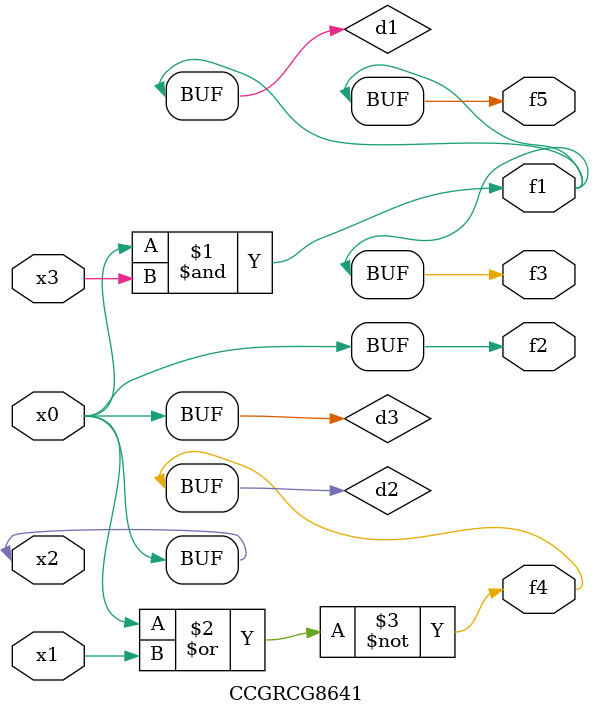
<source format=v>
module CCGRCG8641(
	input x0, x1, x2, x3,
	output f1, f2, f3, f4, f5
);

	wire d1, d2, d3;

	and (d1, x2, x3);
	nor (d2, x0, x1);
	buf (d3, x0, x2);
	assign f1 = d1;
	assign f2 = d3;
	assign f3 = d1;
	assign f4 = d2;
	assign f5 = d1;
endmodule

</source>
